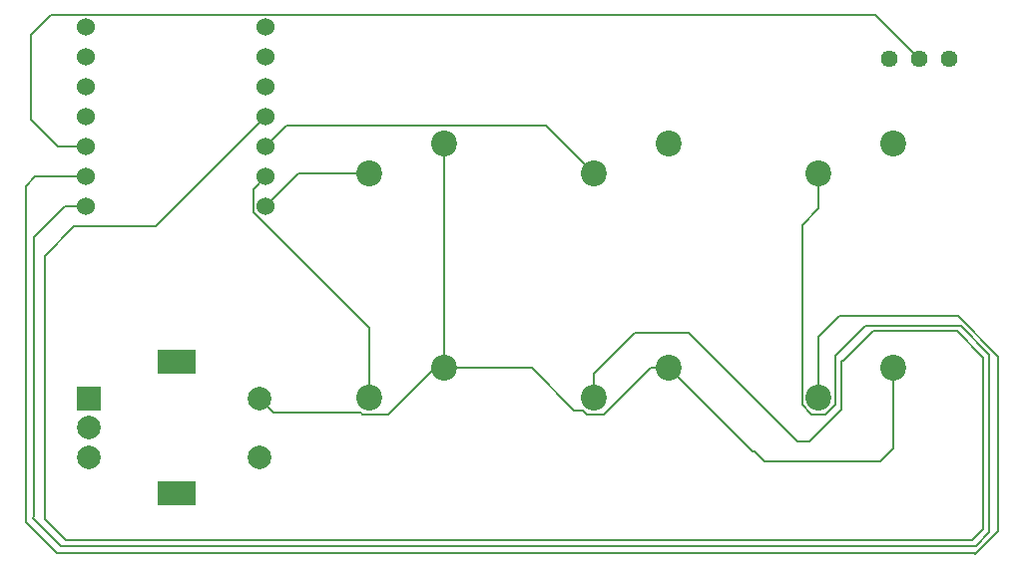
<source format=gbr>
%TF.GenerationSoftware,KiCad,Pcbnew,9.0.2*%
%TF.CreationDate,2025-06-27T12:13:13-04:00*%
%TF.ProjectId,hackpad,6861636b-7061-4642-9e6b-696361645f70,rev?*%
%TF.SameCoordinates,Original*%
%TF.FileFunction,Copper,L2,Bot*%
%TF.FilePolarity,Positive*%
%FSLAX46Y46*%
G04 Gerber Fmt 4.6, Leading zero omitted, Abs format (unit mm)*
G04 Created by KiCad (PCBNEW 9.0.2) date 2025-06-27 12:13:13*
%MOMM*%
%LPD*%
G01*
G04 APERTURE LIST*
%TA.AperFunction,ComponentPad*%
%ADD10C,2.000000*%
%TD*%
%TA.AperFunction,ComponentPad*%
%ADD11R,3.200000X2.000000*%
%TD*%
%TA.AperFunction,ComponentPad*%
%ADD12R,2.000000X2.000000*%
%TD*%
%TA.AperFunction,ComponentPad*%
%ADD13C,2.200000*%
%TD*%
%TA.AperFunction,ComponentPad*%
%ADD14C,1.524000*%
%TD*%
%TA.AperFunction,ComponentPad*%
%ADD15C,1.440000*%
%TD*%
%TA.AperFunction,Conductor*%
%ADD16C,0.200000*%
%TD*%
G04 APERTURE END LIST*
D10*
%TO.P,SW7,S2,S2*%
%TO.N,GND*%
X98750000Y-80843750D03*
%TO.P,SW7,S1,S1*%
%TO.N,Net-(U1-GPIO29{slash}ADC3{slash}A3)*%
X98750000Y-85843750D03*
D11*
%TO.P,SW7,MP,MP*%
%TO.N,GND*%
X91750000Y-88943750D03*
X91750000Y-77743750D03*
D10*
%TO.P,SW7,C,C*%
X84250000Y-83343750D03*
%TO.P,SW7,B,B*%
%TO.N,Net-(U1-GPIO28{slash}ADC2{slash}A2)*%
X84250000Y-85843750D03*
D12*
%TO.P,SW7,A,A*%
%TO.N,Net-(U1-GPIO27{slash}ADC1{slash}A1)*%
X84250000Y-80843750D03*
%TD*%
D13*
%TO.P,SW3,2,2*%
%TO.N,Net-(U1-GPIO4{slash}MISO)*%
X127158750Y-61753750D03*
%TO.P,SW3,1,1*%
%TO.N,GND*%
X133508750Y-59213750D03*
%TD*%
D14*
%TO.P,U1,14,VBUS*%
%TO.N,+5V*%
X99295000Y-49323500D03*
%TO.P,U1,13,GND*%
%TO.N,GND*%
X99295000Y-51863500D03*
%TO.P,U1,12,3V3*%
%TO.N,Net-(U1-3V3)*%
X99295000Y-54403500D03*
%TO.P,U1,11,GPIO3/MOSI*%
%TO.N,Net-(U1-GPIO3{slash}MOSI)*%
X99295000Y-56943500D03*
%TO.P,U1,10,GPIO4/MISO*%
%TO.N,Net-(U1-GPIO4{slash}MISO)*%
X99295000Y-59483500D03*
%TO.P,U1,9,GPIO2/SCK*%
%TO.N,Net-(U1-GPIO2{slash}SCK)*%
X99295000Y-62023500D03*
%TO.P,U1,8,GPIO1/RX*%
%TO.N,Net-(U1-GPIO1{slash}RX)*%
X99295000Y-64563500D03*
%TO.P,U1,7,GPIO0/TX*%
%TO.N,Net-(U1-GPIO0{slash}TX)*%
X84055000Y-64563500D03*
%TO.P,U1,6,GPIO7/SCL*%
%TO.N,Net-(U1-GPIO7{slash}SCL)*%
X84055000Y-62023500D03*
%TO.P,U1,5,GPIO6/SDA*%
%TO.N,Net-(U1-GPIO6{slash}SDA)*%
X84055000Y-59483500D03*
%TO.P,U1,4,GPIO29/ADC3/A3*%
%TO.N,Net-(U1-GPIO29{slash}ADC3{slash}A3)*%
X84055000Y-56943500D03*
%TO.P,U1,3,GPIO28/ADC2/A2*%
%TO.N,Net-(U1-GPIO28{slash}ADC2{slash}A2)*%
X84055000Y-54403500D03*
%TO.P,U1,2,GPIO27/ADC1/A1*%
%TO.N,Net-(U1-GPIO27{slash}ADC1{slash}A1)*%
X84055000Y-51863500D03*
%TO.P,U1,1,GPIO26/ADC0/A0*%
%TO.N,Net-(U1-GPIO26{slash}ADC0{slash}A0)*%
X84055000Y-49323500D03*
%TD*%
D13*
%TO.P,SW2,2,2*%
%TO.N,Net-(U1-GPIO2{slash}SCK)*%
X108108750Y-80803750D03*
%TO.P,SW2,1,1*%
%TO.N,GND*%
X114458750Y-78263750D03*
%TD*%
%TO.P,SW1,1,1*%
%TO.N,GND*%
X114458750Y-59213750D03*
%TO.P,SW1,2,2*%
%TO.N,Net-(U1-GPIO1{slash}RX)*%
X108108750Y-61753750D03*
%TD*%
%TO.P,SW6,1,1*%
%TO.N,GND*%
X152558750Y-78263750D03*
%TO.P,SW6,2,2*%
%TO.N,Net-(U1-GPIO7{slash}SCL)*%
X146208750Y-80803750D03*
%TD*%
%TO.P,SW5,1,1*%
%TO.N,GND*%
X152558750Y-59213750D03*
%TO.P,SW5,2,2*%
%TO.N,Net-(U1-GPIO0{slash}TX)*%
X146208750Y-61753750D03*
%TD*%
%TO.P,SW4,1,1*%
%TO.N,GND*%
X133508750Y-78263750D03*
%TO.P,SW4,2,2*%
%TO.N,Net-(U1-GPIO3{slash}MOSI)*%
X127158750Y-80803750D03*
%TD*%
D15*
%TO.P,RV1,1,1*%
%TO.N,GND*%
X157290000Y-51995000D03*
%TO.P,RV1,2,2*%
%TO.N,Net-(U1-GPIO6{slash}SDA)*%
X154750000Y-51995000D03*
%TO.P,RV1,3,3*%
%TO.N,+3V3*%
X152210000Y-51995000D03*
%TD*%
D16*
%TO.N,GND*%
X114458750Y-59213750D02*
X114458750Y-78263750D01*
%TO.N,Net-(U1-GPIO4{slash}MISO)*%
X123105000Y-57700000D02*
X127158750Y-61753750D01*
X101078500Y-57700000D02*
X123105000Y-57700000D01*
X99295000Y-59483500D02*
X101078500Y-57700000D01*
%TO.N,Net-(U1-GPIO3{slash}MOSI)*%
X127158750Y-78766250D02*
X127158750Y-80803750D01*
X135250000Y-75353470D02*
X135250000Y-75300000D01*
X145436220Y-84544750D02*
X144441280Y-84544750D01*
X148150000Y-81830970D02*
X145436220Y-84544750D01*
X148150000Y-77625000D02*
X148150000Y-81830970D01*
X148325000Y-77625000D02*
X148150000Y-77625000D01*
X150825000Y-75125000D02*
X148325000Y-77625000D01*
X150826000Y-75126000D02*
X150825000Y-75125000D01*
X157926000Y-75126000D02*
X150826000Y-75126000D01*
X160175000Y-77375000D02*
X157926000Y-75126000D01*
X160175000Y-91975000D02*
X160175000Y-77375000D01*
X144441280Y-84544750D02*
X135250000Y-75353470D01*
X160150000Y-91975000D02*
X160175000Y-91975000D01*
X159200000Y-92925000D02*
X160150000Y-91975000D01*
X82350000Y-92925000D02*
X159200000Y-92925000D01*
X130625000Y-75300000D02*
X127158750Y-78766250D01*
X80550000Y-91125000D02*
X82350000Y-92925000D01*
X80550000Y-68750000D02*
X80550000Y-91125000D01*
X83050000Y-66250000D02*
X80550000Y-68750000D01*
X135250000Y-75300000D02*
X130625000Y-75300000D01*
X89988500Y-66250000D02*
X83050000Y-66250000D01*
X99295000Y-56943500D02*
X89988500Y-66250000D01*
%TO.N,Net-(U1-GPIO0{slash}TX)*%
X158282900Y-74725000D02*
X160700000Y-77142100D01*
X79675000Y-90875000D02*
X79675000Y-67150000D01*
X82261500Y-64563500D02*
X84055000Y-64563500D01*
X81900000Y-93400000D02*
X79525000Y-91025000D01*
X79525000Y-91025000D02*
X79675000Y-90875000D01*
X159550000Y-93400000D02*
X81900000Y-93400000D01*
X79675000Y-67150000D02*
X82261500Y-64563500D01*
%TO.N,Net-(U1-GPIO1{slash}RX)*%
X102104750Y-61753750D02*
X108108750Y-61753750D01*
X99295000Y-64563500D02*
X102104750Y-61753750D01*
%TO.N,Net-(U1-GPIO2{slash}SCK)*%
X98232000Y-63086500D02*
X99295000Y-62023500D01*
X98232000Y-65003810D02*
X98232000Y-63086500D01*
X108108750Y-80803750D02*
X108108750Y-74880560D01*
X108108750Y-74880560D02*
X98232000Y-65003810D01*
%TO.N,Net-(U1-GPIO0{slash}TX)*%
X150125000Y-74725000D02*
X147650000Y-77200000D01*
X158282900Y-74725000D02*
X150125000Y-74725000D01*
X147650000Y-77200000D02*
X147650000Y-81343814D01*
X146208750Y-64722220D02*
X146208750Y-61753750D01*
X144807750Y-66123220D02*
X146208750Y-64722220D01*
X144807750Y-81384064D02*
X144807750Y-66123220D01*
X145628436Y-82204750D02*
X144807750Y-81384064D01*
X147650000Y-81343814D02*
X146789064Y-82204750D01*
X146789064Y-82204750D02*
X145628436Y-82204750D01*
%TO.N,Net-(U1-GPIO7{slash}SCL)*%
X78925000Y-62800000D02*
X79701500Y-62023500D01*
X78950000Y-62825000D02*
X78925000Y-62800000D01*
X78950000Y-91375000D02*
X78950000Y-62825000D01*
X81575000Y-94000000D02*
X78950000Y-91375000D01*
X159375000Y-94000000D02*
X81575000Y-94000000D01*
X159475000Y-94100000D02*
X159375000Y-94000000D01*
X161450000Y-92125000D02*
X159475000Y-94100000D01*
X161450000Y-77325000D02*
X161450000Y-92125000D01*
X158000000Y-73875000D02*
X161450000Y-77325000D01*
X147925000Y-73875000D02*
X158000000Y-73875000D01*
X146208750Y-75591250D02*
X147925000Y-73875000D01*
X79701500Y-62023500D02*
X84055000Y-62023500D01*
X146208750Y-80803750D02*
X146208750Y-75591250D01*
%TO.N,GND*%
X152558750Y-85116250D02*
X152558750Y-78263750D01*
X141650000Y-86225000D02*
X151450000Y-86225000D01*
X151450000Y-86225000D02*
X152558750Y-85116250D01*
X140570000Y-85325000D02*
X140750000Y-85325000D01*
X133508750Y-78263750D02*
X140570000Y-85325000D01*
X140750000Y-85325000D02*
X141650000Y-86225000D01*
%TO.N,Net-(U1-GPIO6{slash}SDA)*%
X151015500Y-48260500D02*
X154750000Y-51995000D01*
X81089500Y-48260500D02*
X151015500Y-48260500D01*
X79350000Y-57200000D02*
X79350000Y-50000000D01*
X81633500Y-59483500D02*
X79350000Y-57200000D01*
X84055000Y-59483500D02*
X81633500Y-59483500D01*
X79350000Y-50000000D02*
X81089500Y-48260500D01*
%TO.N,GND*%
X151773934Y-78263750D02*
X152558750Y-78263750D01*
X131953116Y-78263750D02*
X133508750Y-78263750D01*
X128012116Y-82204750D02*
X131953116Y-78263750D01*
X126578436Y-82204750D02*
X128012116Y-82204750D01*
X121888750Y-78263750D02*
X125475000Y-81850000D01*
X125475000Y-81850000D02*
X126223686Y-81850000D01*
X114458750Y-78263750D02*
X121888750Y-78263750D01*
X126223686Y-81850000D02*
X126578436Y-82204750D01*
X109732934Y-82204750D02*
X113673934Y-78263750D01*
X107398686Y-82075000D02*
X107528436Y-82204750D01*
X99981250Y-82075000D02*
X107398686Y-82075000D01*
X107528436Y-82204750D02*
X109732934Y-82204750D01*
X98750000Y-80843750D02*
X99981250Y-82075000D01*
X113673934Y-78263750D02*
X114458750Y-78263750D01*
%TO.N,Net-(U1-GPIO0{slash}TX)*%
X159550000Y-93400000D02*
X160700000Y-92250000D01*
X160700000Y-92250000D02*
X160700000Y-77142100D01*
%TD*%
M02*

</source>
